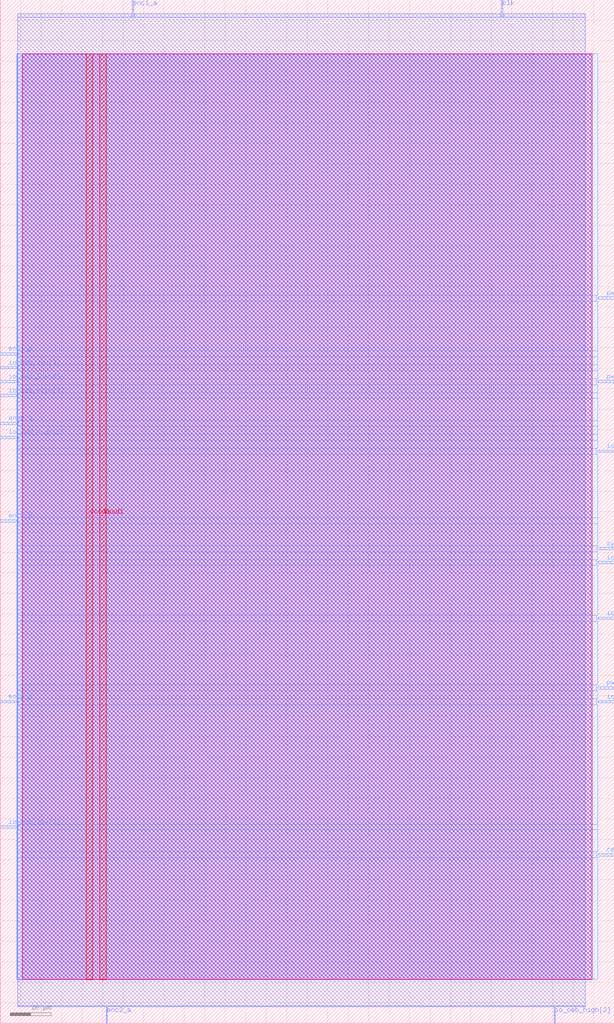
<source format=lef>
VERSION 5.7 ;
  NOWIREEXTENSIONATPIN ON ;
  DIVIDERCHAR "/" ;
  BUSBITCHARS "[]" ;
MACRO rgb_mixer
  CLASS BLOCK ;
  FOREIGN rgb_mixer ;
  ORIGIN 0.000 0.000 ;
  SIZE 150.000 BY 250.000 ;
  PIN clk
    DIRECTION INPUT ;
    USE SIGNAL ;
    ANTENNAGATEAREA 0.852000 ;
    PORT
      LAYER met2 ;
        RECT 122.450 246.000 122.730 250.000 ;
    END
  END clk
  PIN enc0_a
    DIRECTION INPUT ;
    USE SIGNAL ;
    ANTENNAGATEAREA 0.196500 ;
    PORT
      LAYER met3 ;
        RECT 0.000 146.240 4.000 146.840 ;
    END
  END enc0_a
  PIN enc0_b
    DIRECTION INPUT ;
    USE SIGNAL ;
    ANTENNAGATEAREA 0.196500 ;
    PORT
      LAYER met3 ;
        RECT 0.000 122.440 4.000 123.040 ;
    END
  END enc0_b
  PIN enc1_a
    DIRECTION INPUT ;
    USE SIGNAL ;
    ANTENNAGATEAREA 0.196500 ;
    PORT
      LAYER met2 ;
        RECT 32.290 246.000 32.570 250.000 ;
    END
  END enc1_a
  PIN enc1_b
    DIRECTION INPUT ;
    USE SIGNAL ;
    ANTENNAGATEAREA 0.196500 ;
    PORT
      LAYER met3 ;
        RECT 0.000 163.240 4.000 163.840 ;
    END
  END enc1_b
  PIN enc2_a
    DIRECTION INPUT ;
    USE SIGNAL ;
    ANTENNAGATEAREA 0.196500 ;
    PORT
      LAYER met2 ;
        RECT 25.850 0.000 26.130 4.000 ;
    END
  END enc2_a
  PIN enc2_b
    DIRECTION INPUT ;
    USE SIGNAL ;
    ANTENNAGATEAREA 0.196500 ;
    PORT
      LAYER met3 ;
        RECT 0.000 78.240 4.000 78.840 ;
    END
  END enc2_b
  PIN io_oeb_high[0]
    DIRECTION OUTPUT ;
    USE SIGNAL ;
    PORT
      LAYER met3 ;
        RECT 146.000 112.240 150.000 112.840 ;
    END
  END io_oeb_high[0]
  PIN io_oeb_high[1]
    DIRECTION OUTPUT ;
    USE SIGNAL ;
    PORT
      LAYER met3 ;
        RECT 146.000 98.640 150.000 99.240 ;
    END
  END io_oeb_high[1]
  PIN io_oeb_high[2]
    DIRECTION OUTPUT ;
    USE SIGNAL ;
    PORT
      LAYER met2 ;
        RECT 135.330 0.000 135.610 4.000 ;
    END
  END io_oeb_high[2]
  PIN io_oeb_high[3]
    DIRECTION OUTPUT ;
    USE SIGNAL ;
    PORT
      LAYER met3 ;
        RECT 146.000 139.440 150.000 140.040 ;
    END
  END io_oeb_high[3]
  PIN io_oeb_high[4]
    DIRECTION OUTPUT ;
    USE SIGNAL ;
    PORT
      LAYER met3 ;
        RECT 0.000 153.040 4.000 153.640 ;
    END
  END io_oeb_high[4]
  PIN io_oeb_high[5]
    DIRECTION OUTPUT ;
    USE SIGNAL ;
    PORT
      LAYER met3 ;
        RECT 0.000 142.840 4.000 143.440 ;
    END
  END io_oeb_high[5]
  PIN io_oeb_low[0]
    DIRECTION OUTPUT ;
    USE SIGNAL ;
    PORT
      LAYER met3 ;
        RECT 0.000 156.440 4.000 157.040 ;
    END
  END io_oeb_low[0]
  PIN io_oeb_low[1]
    DIRECTION OUTPUT ;
    USE SIGNAL ;
    PORT
      LAYER met3 ;
        RECT 0.000 47.640 4.000 48.240 ;
    END
  END io_oeb_low[1]
  PIN io_oeb_low[2]
    DIRECTION OUTPUT ;
    USE SIGNAL ;
    PORT
      LAYER met3 ;
        RECT 146.000 78.240 150.000 78.840 ;
    END
  END io_oeb_low[2]
  PIN io_oeb_low[3]
    DIRECTION OUTPUT ;
    USE SIGNAL ;
    PORT
      LAYER met3 ;
        RECT 0.000 159.840 4.000 160.440 ;
    END
  END io_oeb_low[3]
  PIN pwm0_out
    DIRECTION OUTPUT ;
    USE SIGNAL ;
    ANTENNADIFFAREA 0.445500 ;
    PORT
      LAYER met3 ;
        RECT 146.000 156.440 150.000 157.040 ;
    END
  END pwm0_out
  PIN pwm1_out
    DIRECTION OUTPUT ;
    USE SIGNAL ;
    ANTENNADIFFAREA 0.445500 ;
    PORT
      LAYER met3 ;
        RECT 146.000 176.840 150.000 177.440 ;
    END
  END pwm1_out
  PIN pwm2_out
    DIRECTION OUTPUT ;
    USE SIGNAL ;
    ANTENNADIFFAREA 0.445500 ;
    PORT
      LAYER met3 ;
        RECT 146.000 81.640 150.000 82.240 ;
    END
  END pwm2_out
  PIN reset
    DIRECTION INPUT ;
    USE SIGNAL ;
    ANTENNAGATEAREA 0.196500 ;
    PORT
      LAYER met3 ;
        RECT 146.000 40.840 150.000 41.440 ;
    END
  END reset
  PIN sync
    DIRECTION OUTPUT ;
    USE SIGNAL ;
    ANTENNADIFFAREA 0.445500 ;
    PORT
      LAYER met3 ;
        RECT 146.000 115.640 150.000 116.240 ;
    END
  END sync
  PIN vccd1
    DIRECTION INOUT ;
    USE POWER ;
    PORT
      LAYER met4 ;
        RECT 21.040 10.640 22.640 236.880 ;
    END
  END vccd1
  PIN vssd1
    DIRECTION INOUT ;
    USE GROUND ;
    PORT
      LAYER met4 ;
        RECT 24.340 10.640 25.940 236.880 ;
    END
  END vssd1
  OBS
      LAYER nwell ;
        RECT 5.330 10.760 144.630 236.830 ;
      LAYER li1 ;
        RECT 5.520 10.795 144.440 236.725 ;
      LAYER met1 ;
        RECT 4.210 10.640 144.440 236.880 ;
      LAYER met2 ;
        RECT 4.230 245.720 32.010 246.570 ;
        RECT 32.850 245.720 122.170 246.570 ;
        RECT 123.010 245.720 142.970 246.570 ;
        RECT 4.230 4.280 142.970 245.720 ;
        RECT 4.230 4.000 25.570 4.280 ;
        RECT 26.410 4.000 135.050 4.280 ;
        RECT 135.890 4.000 142.970 4.280 ;
      LAYER met3 ;
        RECT 3.990 177.840 146.000 236.805 ;
        RECT 3.990 176.440 145.600 177.840 ;
        RECT 3.990 164.240 146.000 176.440 ;
        RECT 4.400 162.840 146.000 164.240 ;
        RECT 3.990 160.840 146.000 162.840 ;
        RECT 4.400 159.440 146.000 160.840 ;
        RECT 3.990 157.440 146.000 159.440 ;
        RECT 4.400 156.040 145.600 157.440 ;
        RECT 3.990 154.040 146.000 156.040 ;
        RECT 4.400 152.640 146.000 154.040 ;
        RECT 3.990 147.240 146.000 152.640 ;
        RECT 4.400 145.840 146.000 147.240 ;
        RECT 3.990 143.840 146.000 145.840 ;
        RECT 4.400 142.440 146.000 143.840 ;
        RECT 3.990 140.440 146.000 142.440 ;
        RECT 3.990 139.040 145.600 140.440 ;
        RECT 3.990 123.440 146.000 139.040 ;
        RECT 4.400 122.040 146.000 123.440 ;
        RECT 3.990 116.640 146.000 122.040 ;
        RECT 3.990 115.240 145.600 116.640 ;
        RECT 3.990 113.240 146.000 115.240 ;
        RECT 3.990 111.840 145.600 113.240 ;
        RECT 3.990 99.640 146.000 111.840 ;
        RECT 3.990 98.240 145.600 99.640 ;
        RECT 3.990 82.640 146.000 98.240 ;
        RECT 3.990 81.240 145.600 82.640 ;
        RECT 3.990 79.240 146.000 81.240 ;
        RECT 4.400 77.840 145.600 79.240 ;
        RECT 3.990 48.640 146.000 77.840 ;
        RECT 4.400 47.240 146.000 48.640 ;
        RECT 3.990 41.840 146.000 47.240 ;
        RECT 3.990 40.440 145.600 41.840 ;
        RECT 3.990 10.715 146.000 40.440 ;
  END
END rgb_mixer
END LIBRARY


</source>
